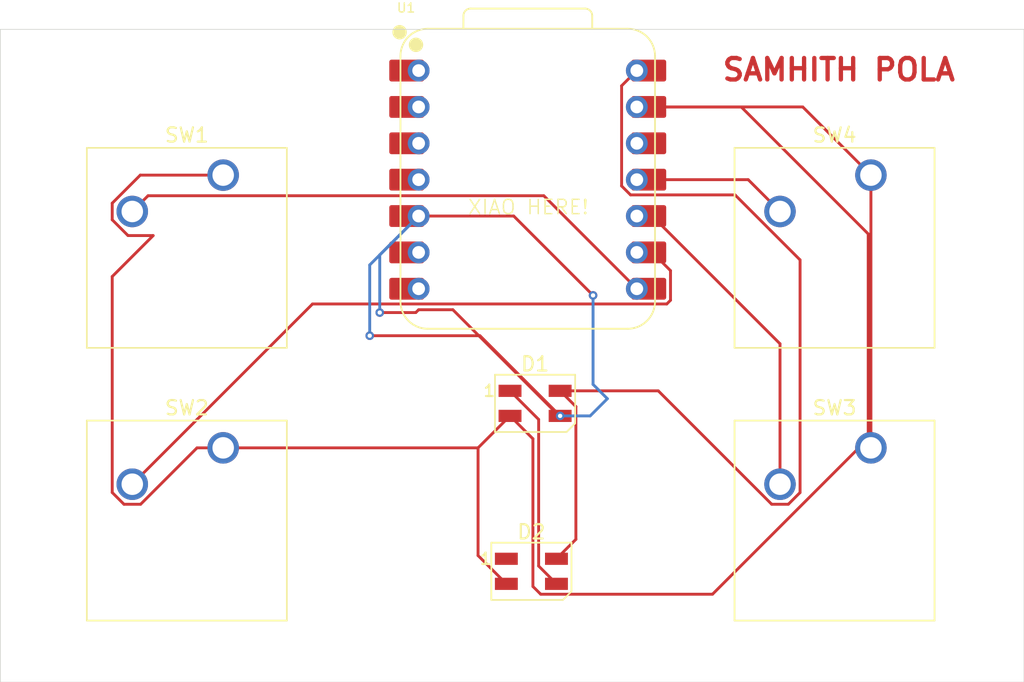
<source format=kicad_pcb>
(kicad_pcb (version 20241229) (generator "pcbnew") (generator_version "9.0")
  (layers (0 "F.Cu" signal) (2 "B.Cu" signal) (13 "F.Paste" user) (15 "B.Paste" user) (5 "F.SilkS" user "F.Silkscreen") (7 "B.SilkS" user "B.Silkscreen") (1 "F.Mask" user) (3 "B.Mask" user) (25 "Edge.Cuts" user))
  (net 0 "")
  (net 1 "+5V")
  (net 2 "Net-(D1-DIN)")
  (net 3 "Net-(D1-DOUT)")
  (net 4 "GND")
  (net 6 "Net-(U1-GPIO1{slash}RX)")
  (net 7 "Net-(U1-GPIO2{slash}SCK)")
  (net 8 "Net-(U1-GPIO4{slash}MISO)")
  (net 9 "Net-(U1-GPIO3{slash}MOSI)")
  (footprint "LED_SMD:LED_SK6812MINI_PLCC4_3.5x3.5mm_P1.75mm" (layer "F.Cu") (at 186.25 91.825)
    (property "Reference" "D1" (at 0 -2.75 0) (layer "F.SilkS"))
    (property "Value" "SK6812MINI")
    (fp_line (start -2.8 -2) (end -2.8 2) (stroke (width 0.12)) (layer "F.SilkS"))
    (fp_line (start -2.8 -2) (end 2.8 -2) (stroke (width 0.12)) (layer "F.SilkS"))
    (fp_line (start -2.8 2) (end 2.2 2) (stroke (width 0.12)) (layer "F.SilkS"))
    (fp_line (start 2.8 1.4) (end 2.2 2) (stroke (width 0.12)) (layer "F.SilkS"))
    (fp_line (start 2.8 1.4) (end 2.8 -2) (stroke (width 0.12)) (layer "F.SilkS"))
    (fp_text user "1" (at -3.2 -0.875 0) (layer "F.SilkS") (effects (font (size 0.8 0.8))))
    (pad "1" smd rect (at -1.75 -0.875) (size 1.6 0.85) (layers "F.Cu" "F.Mask" "F.Paste") (net 3 "Net-(D1-DOUT)"))
    (pad "2" smd rect (at -1.75 0.875) (size 1.6 0.85) (layers "F.Cu" "F.Mask" "F.Paste") (net 4 "GND"))
    (pad "3" smd rect (at 1.75 0.875) (size 1.6 0.85) (layers "F.Cu" "F.Mask" "F.Paste") (net 2 "Net-(D1-DIN)"))
    (pad "4" smd rect (at 1.75 -0.875) (size 1.6 0.85) (layers "F.Cu" "F.Mask" "F.Paste") (net 1 "+5V"))
  )
  (footprint "OPL:XIAO-RP2040-DIP" (layer "F.Cu") (at 185.7375 76.2)
    (property "Reference" "U1" (at -8.5 -12 0) (layer "F.SilkS") (effects (font (size 0.635 0.635) (thickness 0.1016))))
    (property "Value" "XIAO-RP2040-DIP")
    (fp_line (start -8.89 8.509) (end -8.89 -8.636) (stroke (width 0.127)) (layer "F.SilkS"))
    (fp_line (start -6.985 10.414) (end 6.985 10.414) (stroke (width 0.127)) (layer "F.SilkS"))
    (fp_line (start -4.495 -10.541) (end -4.491272 -11.451272) (stroke (width 0.127)) (layer "F.SilkS"))
    (fp_line (start -3.991272 -11.951) (end 4.004 -11.951) (stroke (width 0.127)) (layer "F.SilkS"))
    (fp_line (start 4.504 -11.451) (end 4.504 -10.541) (stroke (width 0.127)) (layer "F.SilkS"))
    (fp_line (start 6.985 -10.541) (end -6.985 -10.541) (stroke (width 0.1)) (layer "F.SilkS"))
    (fp_line (start 6.985 -10.541) (end -6.985 -10.541) (stroke (width 0.127)) (layer "F.SilkS"))
    (fp_line (start 8.89 8.509) (end 8.89 -8.636) (stroke (width 0.127)) (layer "F.SilkS"))
    (fp_arc (start -8.89 -8.636) (mid -8.332038 -9.983038) (end -6.985 -10.541) (stroke (width 0.127)) (layer "F.SilkS"))
    (fp_arc (start -6.985 10.414) (mid -8.332038 9.856038) (end -8.89 8.509) (stroke (width 0.127)) (layer "F.SilkS"))
    (fp_arc (start -4.491272 -11.451272) (mid -4.344728 -11.80464) (end -3.991272 -11.951) (stroke (width 0.127)) (layer "F.SilkS"))
    (fp_arc (start 4.004 -11.951) (mid 4.357553 -11.804553) (end 4.504 -11.451) (stroke (width 0.127)) (layer "F.SilkS"))
    (fp_arc (start 6.985 -10.541) (mid 8.332038 -9.983038) (end 8.89 -8.636) (stroke (width 0.127)) (layer "F.SilkS"))
    (fp_arc (start 8.89 8.509) (mid 8.332038 9.856038) (end 6.985 10.414) (stroke (width 0.127)) (layer "F.SilkS"))
    (fp_circle (center -8.95 -10.3) (end -8.95 -10.554) (stroke (width 0.5)) (fill yes) (layer "F.SilkS"))
    (fp_circle (center -7.807 -9.42) (end -7.807 -9.674) (stroke (width 0.5)) (fill yes) (layer "F.SilkS"))
    (pad "1" smd roundrect (at -8.455 -7.62 180) (size 2.432 1.524) (layers "F.Cu" "F.Mask") (roundrect_rratio 0.1))
    (pad "1" thru_hole circle (at -7.62 -7.62 180) (size 1.524 1.524) (drill 0.889) (layers "*.Cu" "*.Mask"))
    (pad "2" smd roundrect (at -8.455 -5.08 180) (size 2.432 1.524) (layers "F.Cu" "F.Mask") (roundrect_rratio 0.1))
    (pad "2" thru_hole circle (at -7.62 -5.08 180) (size 1.524 1.524) (drill 0.889) (layers "*.Cu" "*.Mask"))
    (pad "3" smd roundrect (at -8.455 -2.54 180) (size 2.432 1.524) (layers "F.Cu" "F.Mask") (roundrect_rratio 0.1))
    (pad "3" thru_hole circle (at -7.62 -2.54 180) (size 1.524 1.524) (drill 0.889) (layers "*.Cu" "*.Mask"))
    (pad "4" smd roundrect (at -8.455 0 180) (size 2.432 1.524) (layers "F.Cu" "F.Mask") (roundrect_rratio 0.1))
    (pad "4" thru_hole circle (at -7.62 0 180) (size 1.524 1.524) (drill 0.889) (layers "*.Cu" "*.Mask"))
    (pad "5" smd roundrect (at -8.455 2.54 180) (size 2.432 1.524) (layers "F.Cu" "F.Mask") (roundrect_rratio 0.1) (net 2 "Net-(D1-DIN)"))
    (pad "5" thru_hole circle (at -7.62 2.54 180) (size 1.524 1.524) (drill 0.889) (layers "*.Cu" "*.Mask") (net 2 "Net-(D1-DIN)"))
    (pad "6" smd roundrect (at -8.455 5.08 180) (size 2.432 1.524) (layers "F.Cu" "F.Mask") (roundrect_rratio 0.1))
    (pad "6" thru_hole circle (at -7.62 5.08 180) (size 1.524 1.524) (drill 0.889) (layers "*.Cu" "*.Mask"))
    (pad "7" smd roundrect (at -8.455 7.62 180) (size 2.432 1.524) (layers "F.Cu" "F.Mask") (roundrect_rratio 0.1))
    (pad "7" thru_hole circle (at -7.62 7.62 180) (size 1.524 1.524) (drill 0.889) (layers "*.Cu" "*.Mask"))
    (pad "8" thru_hole circle (at 7.62 7.62) (size 1.524 1.524) (drill 0.889) (layers "*.Cu" "*.Mask") (net 6 "Net-(U1-GPIO1{slash}RX)"))
    (pad "8" smd roundrect (at 8.455 7.62) (size 2.432 1.524) (layers "F.Cu" "F.Mask") (roundrect_rratio 0.1) (net 6 "Net-(U1-GPIO1{slash}RX)"))
    (pad "9" thru_hole circle (at 7.62 5.08) (size 1.524 1.524) (drill 0.889) (layers "*.Cu" "*.Mask") (net 7 "Net-(U1-GPIO2{slash}SCK)"))
    (pad "9" smd roundrect (at 8.455 5.08) (size 2.432 1.524) (layers "F.Cu" "F.Mask") (roundrect_rratio 0.1) (net 7 "Net-(U1-GPIO2{slash}SCK)"))
    (pad "10" thru_hole circle (at 7.62 2.54) (size 1.524 1.524) (drill 0.889) (layers "*.Cu" "*.Mask") (net 8 "Net-(U1-GPIO4{slash}MISO)"))
    (pad "10" smd roundrect (at 8.455 2.54) (size 2.432 1.524) (layers "F.Cu" "F.Mask") (roundrect_rratio 0.1) (net 8 "Net-(U1-GPIO4{slash}MISO)"))
    (pad "11" thru_hole circle (at 7.62 0) (size 1.524 1.524) (drill 0.889) (layers "*.Cu" "*.Mask") (net 9 "Net-(U1-GPIO3{slash}MOSI)"))
    (pad "11" smd roundrect (at 8.455 0) (size 2.432 1.524) (layers "F.Cu" "F.Mask") (roundrect_rratio 0.1) (net 9 "Net-(U1-GPIO3{slash}MOSI)"))
    (pad "12" thru_hole circle (at 7.62 -2.54) (size 1.524 1.524) (drill 0.889) (layers "*.Cu" "*.Mask"))
    (pad "12" smd roundrect (at 8.455 -2.54) (size 2.432 1.524) (layers "F.Cu" "F.Mask") (roundrect_rratio 0.1))
    (pad "13" thru_hole circle (at 7.62 -5.08) (size 1.524 1.524) (drill 0.889) (layers "*.Cu" "*.Mask") (net 4 "GND"))
    (pad "13" smd roundrect (at 8.455 -5.08) (size 2.432 1.524) (layers "F.Cu" "F.Mask") (roundrect_rratio 0.1) (net 4 "GND"))
    (pad "14" thru_hole circle (at 7.62 -7.62) (size 1.524 1.524) (drill 0.889) (layers "*.Cu" "*.Mask") (net 1 "+5V"))
    (pad "14" smd roundrect (at 8.455 -7.62) (size 2.432 1.524) (layers "F.Cu" "F.Mask") (roundrect_rratio 0.1) (net 1 "+5V"))
  )
  (footprint "Button_Switch_Keyboard:SW_Cherry_MX_1.00u_PCB" (layer "F.Cu") (at 209.70875 75.8825)
    (property "Reference" "SW4" (at -2.54 -2.794 0) (layer "F.SilkS"))
    (property "Value" "SW_Push")
    (fp_line (start -9.525 -1.905) (end 4.445 -1.905) (stroke (width 0.12)) (layer "F.SilkS"))
    (fp_line (start -9.525 12.065) (end -9.525 -1.905) (stroke (width 0.12)) (layer "F.SilkS"))
    (fp_line (start 4.445 -1.905) (end 4.445 12.065) (stroke (width 0.12)) (layer "F.SilkS"))
    (fp_line (start 4.445 12.065) (end -9.525 12.065) (stroke (width 0.12)) (layer "F.SilkS"))
    (pad "" np_thru_hole circle (at -7.62 5.08) (size 1.7 1.7) (drill 1.7) (layers "*.Cu" "*.Mask"))
    (pad "" np_thru_hole circle (at -2.54 5.08) (size 4 4) (drill 4) (layers "*.Cu" "*.Mask"))
    (pad "" np_thru_hole circle (at 2.54 5.08) (size 1.7 1.7) (drill 1.7) (layers "*.Cu" "*.Mask"))
    (pad "1" thru_hole circle (at 0 0) (size 2.2 2.2) (drill 1.5) (layers "*.Cu" "*.Mask") (net 4 "GND"))
    (pad "2" thru_hole circle (at -6.35 2.54) (size 2.2 2.2) (drill 1.5) (layers "*.Cu" "*.Mask") (net 9 "Net-(U1-GPIO3{slash}MOSI)"))
  )
  (footprint "Button_Switch_Keyboard:SW_Cherry_MX_1.00u_PCB" (layer "F.Cu") (at 164.465 94.9325)
    (property "Reference" "SW2" (at -2.54 -2.794 0) (layer "F.SilkS"))
    (property "Value" "SW_Push")
    (fp_line (start -9.525 -1.905) (end 4.445 -1.905) (stroke (width 0.12)) (layer "F.SilkS"))
    (fp_line (start -9.525 12.065) (end -9.525 -1.905) (stroke (width 0.12)) (layer "F.SilkS"))
    (fp_line (start 4.445 -1.905) (end 4.445 12.065) (stroke (width 0.12)) (layer "F.SilkS"))
    (fp_line (start 4.445 12.065) (end -9.525 12.065) (stroke (width 0.12)) (layer "F.SilkS"))
    (pad "" np_thru_hole circle (at -7.62 5.08) (size 1.7 1.7) (drill 1.7) (layers "*.Cu" "*.Mask"))
    (pad "" np_thru_hole circle (at -2.54 5.08) (size 4 4) (drill 4) (layers "*.Cu" "*.Mask"))
    (pad "" np_thru_hole circle (at 2.54 5.08) (size 1.7 1.7) (drill 1.7) (layers "*.Cu" "*.Mask"))
    (pad "1" thru_hole circle (at 0 0) (size 2.2 2.2) (drill 1.5) (layers "*.Cu" "*.Mask") (net 4 "GND"))
    (pad "2" thru_hole circle (at -6.35 2.54) (size 2.2 2.2) (drill 1.5) (layers "*.Cu" "*.Mask") (net 7 "Net-(U1-GPIO2{slash}SCK)"))
  )
  (footprint "Button_Switch_Keyboard:SW_Cherry_MX_1.00u_PCB" (layer "F.Cu") (at 164.465 75.8825)
    (property "Reference" "SW1" (at -2.54 -2.794 0) (layer "F.SilkS"))
    (property "Value" "SW_Push")
    (fp_line (start -9.525 -1.905) (end 4.445 -1.905) (stroke (width 0.12)) (layer "F.SilkS"))
    (fp_line (start -9.525 12.065) (end -9.525 -1.905) (stroke (width 0.12)) (layer "F.SilkS"))
    (fp_line (start 4.445 -1.905) (end 4.445 12.065) (stroke (width 0.12)) (layer "F.SilkS"))
    (fp_line (start 4.445 12.065) (end -9.525 12.065) (stroke (width 0.12)) (layer "F.SilkS"))
    (pad "" np_thru_hole circle (at -7.62 5.08) (size 1.7 1.7) (drill 1.7) (layers "*.Cu" "*.Mask"))
    (pad "" np_thru_hole circle (at -2.54 5.08) (size 4 4) (drill 4) (layers "*.Cu" "*.Mask"))
    (pad "" np_thru_hole circle (at 2.54 5.08) (size 1.7 1.7) (drill 1.7) (layers "*.Cu" "*.Mask"))
    (pad "1" thru_hole circle (at 0 0) (size 2.2 2.2) (drill 1.5) (layers "*.Cu" "*.Mask") (net 4 "GND"))
    (pad "2" thru_hole circle (at -6.35 2.54) (size 2.2 2.2) (drill 1.5) (layers "*.Cu" "*.Mask") (net 6 "Net-(U1-GPIO1{slash}RX)"))
  )
  (footprint "LED_SMD:LED_SK6812MINI_PLCC4_3.5x3.5mm_P1.75mm" (layer "F.Cu") (at 185.99375 103.55625)
    (property "Reference" "D2" (at 0 -2.75 0) (layer "F.SilkS"))
    (property "Value" "SK6812MINI")
    (fp_line (start -2.8 -2) (end -2.8 2) (stroke (width 0.12)) (layer "F.SilkS"))
    (fp_line (start -2.8 -2) (end 2.8 -2) (stroke (width 0.12)) (layer "F.SilkS"))
    (fp_line (start -2.8 2) (end 2.2 2) (stroke (width 0.12)) (layer "F.SilkS"))
    (fp_line (start 2.8 1.4) (end 2.2 2) (stroke (width 0.12)) (layer "F.SilkS"))
    (fp_line (start 2.8 1.4) (end 2.8 -2) (stroke (width 0.12)) (layer "F.SilkS"))
    (fp_text user "1" (at -3.2 -0.875 0) (layer "F.SilkS") (effects (font (size 0.8 0.8))))
    (pad "1" smd rect (at -1.75 -0.875) (size 1.6 0.85) (layers "F.Cu" "F.Mask" "F.Paste"))
    (pad "2" smd rect (at -1.75 0.875) (size 1.6 0.85) (layers "F.Cu" "F.Mask" "F.Paste") (net 4 "GND"))
    (pad "3" smd rect (at 1.75 0.875) (size 1.6 0.85) (layers "F.Cu" "F.Mask" "F.Paste") (net 3 "Net-(D1-DOUT)"))
    (pad "4" smd rect (at 1.75 -0.875) (size 1.6 0.85) (layers "F.Cu" "F.Mask" "F.Paste") (net 1 "+5V"))
  )
  (footprint "Button_Switch_Keyboard:SW_Cherry_MX_1.00u_PCB" (layer "F.Cu") (at 209.70875 94.9325)
    (property "Reference" "SW3" (at -2.54 -2.794 0) (layer "F.SilkS"))
    (property "Value" "SW_Push")
    (fp_line (start -9.525 -1.905) (end 4.445 -1.905) (stroke (width 0.12)) (layer "F.SilkS"))
    (fp_line (start -9.525 12.065) (end -9.525 -1.905) (stroke (width 0.12)) (layer "F.SilkS"))
    (fp_line (start 4.445 -1.905) (end 4.445 12.065) (stroke (width 0.12)) (layer "F.SilkS"))
    (fp_line (start 4.445 12.065) (end -9.525 12.065) (stroke (width 0.12)) (layer "F.SilkS"))
    (pad "" np_thru_hole circle (at -7.62 5.08) (size 1.7 1.7) (drill 1.7) (layers "*.Cu" "*.Mask"))
    (pad "" np_thru_hole circle (at -2.54 5.08) (size 4 4) (drill 4) (layers "*.Cu" "*.Mask"))
    (pad "" np_thru_hole circle (at 2.54 5.08) (size 1.7 1.7) (drill 1.7) (layers "*.Cu" "*.Mask"))
    (pad "1" thru_hole circle (at 0 0) (size 2.2 2.2) (drill 1.5) (layers "*.Cu" "*.Mask") (net 4 "GND"))
    (pad "2" thru_hole circle (at -6.35 2.54) (size 2.2 2.2) (drill 1.5) (layers "*.Cu" "*.Mask") (net 8 "Net-(U1-GPIO4{slash}MISO)"))
  )
  (gr_rect (start 148.9 65.7) (end 220.4 111.3) (stroke (width 0.05)) (fill no) (layer "Edge.Cuts"))
  (gr_text "SAMHITH POLA" (at 199.2 69.4 0) (layer "F.Cu") (effects (font (size 1.5 1.5) (thickness 0.3) (bold yes)) (justify left bottom)))
  (gr_text "XIAO HERE!" (at 181.5 78.7 0) (layer "F.SilkS") (effects (font (size 1 1) (thickness 0.1)) (justify left bottom)))
  (segment (start 192.91719 77.263) (end 192.2945 76.64031) (width 0.2) (layer "F.Cu") (net 1))
  (segment (start 202.778436 98.8735) (end 203.939064 98.8735) (width 0.2) (layer "F.Cu") (net 1))
  (segment (start 187.74375 102.68125) (end 189.101 101.324) (width 0.2) (layer "F.Cu") (net 1))
  (segment (start 189.101 101.324) (end 189.101 92.051) (width 0.2) (layer "F.Cu") (net 1))
  (segment (start 189.101 92.051) (end 188 90.95) (width 0.2) (layer "F.Cu") (net 1))
  (segment (start 204.75975 98.052814) (end 204.75975 81.804814) (width 0.2) (layer "F.Cu") (net 1))
  (segment (start 192.2945 69.643) (end 193.3575 68.58) (width 0.2) (layer "F.Cu") (net 1))
  (segment (start 204.75975 81.804814) (end 200.217936 77.263) (width 0.2) (layer "F.Cu") (net 1))
  (segment (start 188 90.95) (end 194.854936 90.95) (width 0.2) (layer "F.Cu") (net 1))
  (segment (start 203.939064 98.8735) (end 204.75975 98.052814) (width 0.2) (layer "F.Cu") (net 1))
  (segment (start 192.2945 76.64031) (end 192.2945 69.643) (width 0.2) (layer "F.Cu") (net 1))
  (segment (start 200.217936 77.263) (end 192.91719 77.263) (width 0.2) (layer "F.Cu") (net 1))
  (segment (start 194.854936 90.95) (end 202.778436 98.8735) (width 0.2) (layer "F.Cu") (net 1))
  (segment (start 188 92.7) (end 187.923 92.7) (width 0.2) (layer "F.Cu") (net 2))
  (segment (start 182.4 87.1) (end 174.7 87.1) (width 0.2) (layer "F.Cu") (net 2))
  (segment (start 187.923 92.7) (end 180.507 85.284) (width 0.2) (layer "F.Cu") (net 2))
  (segment (start 184.757 78.74) (end 190.3 84.283) (width 0.2) (layer "F.Cu") (net 2))
  (segment (start 177.9185 85.483) (end 175.4 85.483) (width 0.2) (layer "F.Cu") (net 2))
  (segment (start 178.1175 85.284) (end 177.9185 85.483) (width 0.2) (layer "F.Cu") (net 2))
  (segment (start 178.1175 78.74) (end 184.757 78.74) (width 0.2) (layer "F.Cu") (net 2))
  (segment (start 188 92.7) (end 182.4 87.1) (width 0.2) (layer "F.Cu") (net 2))
  (segment (start 180.507 85.284) (end 178.1175 85.284) (width 0.2) (layer "F.Cu") (net 2))
  (via (at 190.3 84.283) (size 0.6) (drill 0.3) (layers "F.Cu" "B.Cu") (net 2))
  (via (at 188 92.7) (size 0.6) (drill 0.3) (layers "F.Cu" "B.Cu") (net 2))
  (via (at 174.7 87.1) (size 0.6) (drill 0.3) (layers "F.Cu" "B.Cu") (net 2))
  (via (at 175.4 85.483) (size 0.6) (drill 0.3) (layers "F.Cu" "B.Cu") (net 2))
  (segment (start 175.4 81.4575) (end 178.1175 78.74) (width 0.2) (layer "B.Cu") (net 2))
  (segment (start 190.1 92.7) (end 188 92.7) (width 0.2) (layer "B.Cu") (net 2))
  (segment (start 191.3 91.5) (end 190.1 92.7) (width 0.2) (layer "B.Cu") (net 2))
  (segment (start 190.3 90.5) (end 191.3 91.5) (width 0.2) (layer "B.Cu") (net 2))
  (segment (start 174.7 87.1) (end 174.7 82.1575) (width 0.2) (layer "B.Cu") (net 2))
  (segment (start 174.7 82.1575) (end 178.1175 78.74) (width 0.2) (layer "B.Cu") (net 2))
  (segment (start 190.3 84.283) (end 190.3 90.5) (width 0.2) (layer "B.Cu") (net 2))
  (segment (start 175.4 85.483) (end 175.4 81.4575) (width 0.2) (layer "B.Cu") (net 2))
  (segment (start 186.5 103.1875) (end 186.5 92.95) (width 0.2) (layer "F.Cu") (net 3))
  (segment (start 187.74375 104.43125) (end 186.5 103.1875) (width 0.2) (layer "F.Cu") (net 3))
  (segment (start 186.5 92.95) (end 184.5 90.95) (width 0.2) (layer "F.Cu") (net 3))
  (segment (start 156.714 82.965442) (end 159.574 80.105442) (width 0.2) (layer "F.Cu") (net 4))
  (segment (start 186.099 104.6135) (end 186.099 94.299) (width 0.2) (layer "F.Cu") (net 4))
  (segment (start 159.574 80.105442) (end 157.816628 80.105442) (width 0.2) (layer "F.Cu") (net 4))
  (segment (start 158.695314 98.8735) (end 157.534686 98.8735) (width 0.2) (layer "F.Cu") (net 4))
  (segment (start 156.714 79.002814) (end 156.714 77.842186) (width 0.2) (layer "F.Cu") (net 4))
  (segment (start 209.70875 94.9325) (end 209.70875 75.8825) (width 0.2) (layer "F.Cu") (net 4))
  (segment (start 156.714 77.842186) (end 158.673686 75.8825) (width 0.2) (layer "F.Cu") (net 4))
  (segment (start 198.64247 105.15725) (end 186.64275 105.15725) (width 0.2) (layer "F.Cu") (net 4))
  (segment (start 164.465 94.9325) (end 162.636314 94.9325) (width 0.2) (layer "F.Cu") (net 4))
  (segment (start 162.636314 94.9325) (end 158.695314 98.8735) (width 0.2) (layer "F.Cu") (net 4))
  (segment (start 156.714 98.052814) (end 156.714 82.965442) (width 0.2) (layer "F.Cu") (net 4))
  (segment (start 200.651066 71.12) (end 209.51975 79.988684) (width 0.2) (layer "F.Cu") (net 4))
  (segment (start 164.465 94.9325) (end 182.2675 94.9325) (width 0.2) (layer "F.Cu") (net 4))
  (segment (start 158.673686 75.8825) (end 164.465 75.8825) (width 0.2) (layer "F.Cu") (net 4))
  (segment (start 193.3575 71.12) (end 200.651066 71.12) (width 0.2) (layer "F.Cu") (net 4))
  (segment (start 193.3575 71.12) (end 204.94625 71.12) (width 0.2) (layer "F.Cu") (net 4))
  (segment (start 204.94625 71.12) (end 209.70875 75.8825) (width 0.2) (layer "F.Cu") (net 4))
  (segment (start 157.816628 80.105442) (end 156.714 79.002814) (width 0.2) (layer "F.Cu") (net 4))
  (segment (start 186.64275 105.15725) (end 186.099 104.6135) (width 0.2) (layer "F.Cu") (net 4))
  (segment (start 182.2675 94.9325) (end 184.5 92.7) (width 0.2) (layer "F.Cu") (net 4))
  (segment (start 209.51975 79.988684) (end 209.51975 94.27997) (width 0.2) (layer "F.Cu") (net 4))
  (segment (start 186.099 94.299) (end 184.5 92.7) (width 0.2) (layer "F.Cu") (net 4))
  (segment (start 182.2675 102.455) (end 182.2675 94.9325) (width 0.2) (layer "F.Cu") (net 4))
  (segment (start 184.24375 104.43125) (end 182.2675 102.455) (width 0.2) (layer "F.Cu") (net 4))
  (segment (start 209.51975 94.27997) (end 198.64247 105.15725) (width 0.2) (layer "F.Cu") (net 4))
  (segment (start 157.534686 98.8735) (end 156.714 98.052814) (width 0.2) (layer "F.Cu") (net 4))
  (segment (start 186.860001 77.322501) (end 193.3575 83.82) (width 0.2) (layer "F.Cu") (net 6))
  (segment (start 158.115 78.4225) (end 159.214999 77.322501) (width 0.2) (layer "F.Cu") (net 6))
  (segment (start 159.214999 77.322501) (end 186.860001 77.322501) (width 0.2) (layer "F.Cu") (net 6))
  (segment (start 170.7045 84.883) (end 195.448126 84.883) (width 0.2) (layer "F.Cu") (net 7))
  (segment (start 195.448126 84.883) (end 195.7095 84.621626) (width 0.2) (layer "F.Cu") (net 7))
  (segment (start 195.7095 82.55437) (end 194.43513 81.28) (width 0.2) (layer "F.Cu") (net 7))
  (segment (start 194.43513 81.28) (end 193.3575 81.28) (width 0.2) (layer "F.Cu") (net 7))
  (segment (start 158.115 97.4725) (end 170.7045 84.883) (width 0.2) (layer "F.Cu") (net 7))
  (segment (start 195.7095 84.621626) (end 195.7095 82.55437) (width 0.2) (layer "F.Cu") (net 7))
  (segment (start 203.35875 87.66362) (end 203.35875 97.4725) (width 0.2) (layer "F.Cu") (net 8))
  (segment (start 194.43513 78.74) (end 203.35875 87.66362) (width 0.2) (layer "F.Cu") (net 8))
  (segment (start 193.3575 78.74) (end 194.43513 78.74) (width 0.2) (layer "F.Cu") (net 8))
  (segment (start 193.3575 76.2) (end 201.13625 76.2) (width 0.2) (layer "F.Cu") (net 9))
  (segment (start 201.13625 76.2) (end 203.35875 78.4225) (width 0.2) (layer "F.Cu") (net 9))
)
</source>
